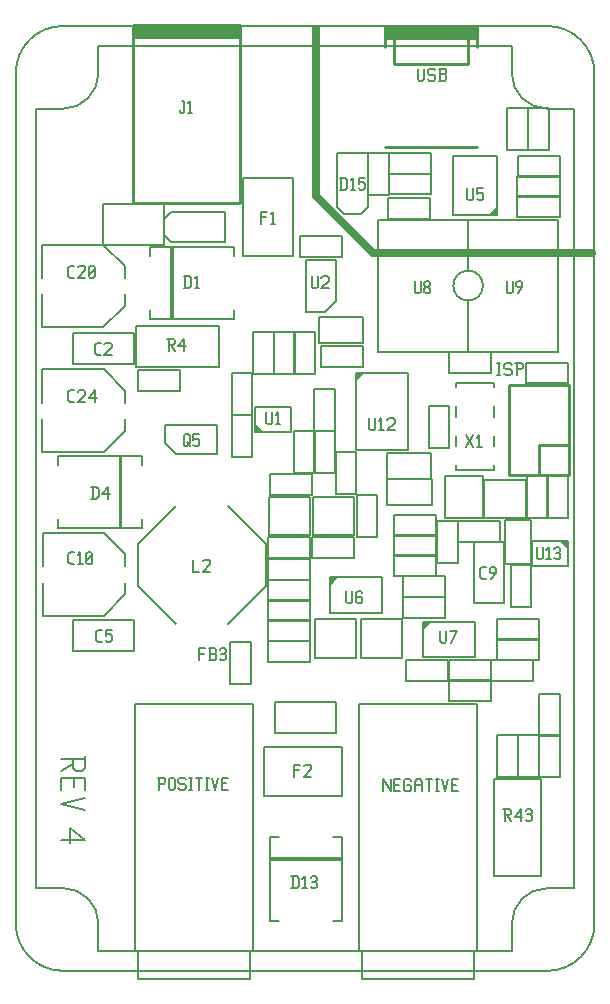
<source format=gto>
G04 start of page 9 for group -4079 idx -4079 *
G04 Title: (unknown), topsilk *
G04 Creator: pcb 20110918 *
G04 CreationDate: So 13 Jul 2014 20:19:28 GMT UTC *
G04 For: ffg *
G04 Format: Gerber/RS-274X *
G04 PCB-Dimensions: 196850 334646 *
G04 PCB-Coordinate-Origin: lower left *
%MOIN*%
%FSLAX25Y25*%
%LNTOPSILK*%
%ADD328C,0.0079*%
%ADD327C,0.0059*%
%ADD326C,0.0100*%
%ADD325C,0.0060*%
%ADD324C,0.0080*%
%ADD323C,0.0250*%
G54D323*X120338Y257902D02*X193173D01*
X101441Y276799D02*X120338Y257902D01*
X101441Y332508D02*Y276799D01*
G54D324*X24171Y90002D02*Y86002D01*
X23171Y85002D01*
X21171D02*X23171D01*
X20171Y86002D02*X21171Y85002D01*
X20171Y89002D02*Y86002D01*
X16171Y89002D02*X24171D01*
X20171Y87402D02*X16171Y85002D01*
X20571Y82602D02*Y79602D01*
X16171Y82602D02*Y78602D01*
Y82602D02*X24171D01*
Y78602D01*
Y76202D02*X16171Y74202D01*
X24171Y72202D01*
X19171Y66202D02*X24171Y62202D01*
X19171Y66202D02*Y61202D01*
X16171Y62202D02*X24171D01*
G54D325*X46120Y256876D02*Y259876D01*
X74120D01*
Y256876D01*
X46120Y238876D02*Y235876D01*
X74120D01*
Y238876D01*
X53070Y235876D02*Y259876D01*
X53570Y235876D02*Y259876D01*
X41407Y219732D02*Y233360D01*
X68815D01*
Y219732D01*
X41407D01*
X50481Y274190D02*Y260562D01*
X30159D02*X50481D01*
X30159Y274190D02*Y260562D01*
Y274190D02*X50481D01*
X50629Y269217D02*Y263705D01*
X52991Y261343D01*
X50629Y269217D02*X52991Y271579D01*
X71101D01*
Y261343D01*
X52991D02*X71101D01*
G54D326*X40434Y333598D02*X75868D01*
X40434Y332811D02*X75868D01*
X40434Y332023D02*X75868D01*
X40434Y331236D02*X75868D01*
X40434Y330448D02*X75868D01*
X40434Y329661D02*X75868D01*
X40434Y333598D02*Y274543D01*
X75868D01*
Y333598D02*Y274543D01*
G54D325*X37524Y240105D02*X30437Y233018D01*
X9964D02*X30437D01*
X9964Y244042D02*Y233018D01*
Y260578D02*Y249554D01*
Y260578D02*X30437D01*
X37524Y253491D01*
Y249554D01*
Y244042D02*Y240105D01*
X37604Y198460D02*X30517Y191373D01*
X10044D02*X30517D01*
X10044Y202397D02*Y191373D01*
Y218933D02*Y207909D01*
Y218933D02*X30517D01*
X37604Y211846D01*
Y207909D01*
Y202397D02*Y198460D01*
G54D327*X40691Y230999D02*Y220763D01*
X20219D02*X40691D01*
X20219Y230999D02*Y220763D01*
Y230999D02*X40691D01*
G54D325*X43330Y168996D02*Y165996D01*
X15330D02*X43330D01*
X15330Y168996D02*Y165996D01*
X43330Y189996D02*Y186996D01*
X15330Y189996D02*X43330D01*
X15330D02*Y186996D01*
X36380Y189996D02*Y165996D01*
X35880Y189996D02*Y165996D01*
X42009Y218738D02*Y211802D01*
Y218738D02*X56031D01*
Y211802D01*
X42009D02*X56031D01*
X54601Y190687D02*X51001Y194287D01*
Y200487D02*Y194287D01*
Y200487D02*X68401D01*
X54601Y190687D02*X68401D01*
Y200487D02*Y190687D01*
X73154Y203635D02*X80090D01*
X73154Y217657D02*Y203635D01*
Y217657D02*X80090D01*
Y203635D01*
X100572Y212448D02*X107508D01*
Y198426D01*
X100572D02*X107508D01*
X100572Y212448D02*Y198426D01*
X81103Y198155D02*X92913D01*
X81103Y206571D02*Y198155D01*
Y206571D02*X92913D01*
Y198155D01*
X81603D02*X81103Y198655D01*
X82203Y198155D02*X81103Y199255D01*
X82803Y198155D02*X81103Y199855D01*
X83403Y198155D02*X81103Y200455D01*
X80228Y231413D02*X87164D01*
Y217391D01*
X80228D02*X87164D01*
X80228Y231413D02*Y217391D01*
X87302D02*X94238D01*
X87302Y231413D02*Y217391D01*
Y231413D02*X94238D01*
Y217391D01*
X107853Y241610D02*X104253Y238010D01*
X98053D02*X104253D01*
X98053Y255410D02*Y238010D01*
X107853Y255410D02*Y241610D01*
X98053Y255410D02*X107853D01*
X93983Y231413D02*X100919D01*
Y217391D01*
X93983D02*X100919D01*
X93983Y231413D02*Y217391D01*
X117099Y236414D02*Y227752D01*
X102139D02*X117099D01*
X102139Y236414D02*Y227752D01*
Y236414D02*X117099D01*
X117022Y226733D02*Y219797D01*
X103000D02*X117022D01*
X103000Y226733D02*Y219797D01*
Y226733D02*X117022D01*
X151922Y224899D02*X181922D01*
Y268899D02*Y224899D01*
X151922Y268899D02*X181922D01*
X151922Y241899D02*Y224899D01*
Y268899D02*Y251899D01*
Y241899D02*G75*G03X151922Y251899I0J5000D01*G01*
X185413Y221253D02*Y214317D01*
X171391D02*X185413D01*
X171391Y221253D02*Y214317D01*
Y221253D02*X185413D01*
G54D326*X124275Y333492D02*X154983D01*
X124275Y332705D02*X154983D01*
X124275Y331918D02*X154983D01*
X124275Y331130D02*X154983D01*
X124275Y330343D02*X154983D01*
X124275Y329555D02*X154983D01*
X124275Y333492D02*Y326406D01*
X154983Y333492D02*Y326406D01*
X127424Y333492D02*Y320894D01*
X151834Y333492D02*Y320894D01*
X127424D02*X151834D01*
X124275Y292941D02*X154983D01*
G54D325*X161598Y290157D02*Y270473D01*
X147064D02*X161598D01*
X147064Y290157D02*Y270473D01*
Y290157D02*X161598D01*
Y271073D02*X160998Y270473D01*
X161598Y271673D02*X160398Y270473D01*
X161598Y272273D02*X159798Y270473D01*
X161598Y272873D02*X159198Y270473D01*
X159754Y224786D02*Y217850D01*
X145732D02*X159754D01*
X145732Y224786D02*Y217850D01*
Y224786D02*X159754D01*
G54D326*X185780Y213733D02*Y183733D01*
X165780Y213733D02*X185780D01*
X165780D02*Y183733D01*
X185780D01*
X175780Y193733D02*X185780D01*
X175780D02*Y183733D01*
G54D325*X114764Y217717D02*Y192126D01*
Y217717D02*X132087D01*
Y192126D01*
X114764D02*X132087D01*
X114764Y217126D02*X115354Y217717D01*
X114764Y216536D02*X115945Y217717D01*
X114764Y215945D02*X116535Y217717D01*
X114764Y215355D02*X117126Y217717D01*
G54D324*X1211Y317689D02*Y34225D01*
X16959Y333437D02*X178377D01*
X194125Y317689D02*Y34225D01*
X16959Y18477D02*X178377D01*
X7904Y305878D02*Y46036D01*
X28770Y326744D02*X166566D01*
X187432Y305878D02*Y46036D01*
X28770Y25170D02*X166566D01*
X28770Y34225D02*Y25170D01*
X7904Y46036D02*X16959D01*
X28770Y326744D02*Y317689D01*
X7904Y305878D02*X16959D01*
X166566Y326744D02*Y317689D01*
X178377Y305878D02*X187432D01*
X166566Y34225D02*Y25170D01*
X178377Y46036D02*X187432D01*
X1211Y34225D02*G75*G03X16959Y18477I15748J0D01*G01*
X28770Y34225D02*G75*G03X16959Y46036I-11811J0D01*G01*
X16959Y333437D02*G75*G03X1211Y317689I0J-15748D01*G01*
X16959Y305878D02*G75*G03X28770Y317689I0J11811D01*G01*
X194125Y317689D02*G75*G03X178377Y333437I-15748J0D01*G01*
X166566Y317689D02*G75*G03X178377Y305878I11811J0D01*G01*
Y18477D02*G75*G03X194125Y34225I0J15748D01*G01*
X178377Y46036D02*G75*G03X166566Y34225I0J-11811D01*G01*
G54D325*X175506Y128938D02*Y122002D01*
X161484D02*X175506D01*
X161484Y128938D02*Y122002D01*
Y128938D02*X175506D01*
X137008Y123032D02*Y134843D01*
X154331D01*
Y123032D01*
X137008D01*
Y134252D02*X137598Y134843D01*
X137008Y133662D02*X138189Y134843D01*
X137008Y133071D02*X138780Y134843D01*
X137008Y132481D02*X139370Y134843D01*
X166186Y153841D02*X173122D01*
Y139819D01*
X166186D02*X173122D01*
X166186Y153841D02*Y139819D01*
G54D327*X153847Y161437D02*X164083D01*
Y140965D01*
X153847D02*X164083D01*
X153847Y161437D02*Y140965D01*
G54D325*X106102Y137796D02*Y149607D01*
X123425D01*
Y137796D01*
X106102D01*
Y149016D02*X106693Y149607D01*
X106102Y148426D02*X107283Y149607D01*
X106102Y147835D02*X107874Y149607D01*
X106102Y147244D02*X108465Y149607D01*
X161484Y135619D02*Y128683D01*
Y135619D02*X175506D01*
Y128683D01*
X161484D02*X175506D01*
X130242Y150159D02*Y143223D01*
Y150159D02*X144264D01*
Y143223D01*
X130242D02*X144264D01*
Y143085D02*Y136149D01*
X130242D02*X144264D01*
X130242Y143085D02*Y136149D01*
Y143085D02*X144264D01*
X85423Y142103D02*Y135167D01*
Y142103D02*X99445D01*
Y135167D01*
X85423D02*X99445D01*
Y162932D02*Y155996D01*
X85423D02*X99445D01*
X85423Y162932D02*Y155996D01*
Y162932D02*X99445D01*
X114079D02*Y155996D01*
X100057D02*X114079D01*
X100057Y162932D02*Y155996D01*
Y162932D02*X114079D01*
X85423Y148784D02*Y141848D01*
Y148784D02*X99445D01*
Y141848D01*
X85423D02*X99445D01*
X100153Y163675D02*X114053D01*
Y176475D02*Y163675D01*
X100153Y176475D02*X114053D01*
X100153D02*Y163675D01*
X124867Y182508D02*Y173846D01*
Y182508D02*X139827D01*
Y173846D01*
X124867D02*X139827D01*
X100572Y198473D02*X107508D01*
Y184451D01*
X100572D02*X107508D01*
X100572Y198473D02*Y184451D01*
X107855Y191386D02*X114791D01*
Y177364D01*
X107855D02*X114791D01*
X107855Y191386D02*Y177364D01*
X139759Y191087D02*Y182425D01*
X124799D02*X139759D01*
X124799Y191087D02*Y182425D01*
Y191087D02*X139759D01*
X144290Y183469D02*Y169569D01*
X157090D01*
Y183469D01*
X144290D01*
X148111Y214523D02*X160709D01*
X148111D02*Y212948D01*
Y206649D02*Y203106D01*
Y196806D02*Y193263D01*
Y186964D02*Y185389D01*
X160709D01*
Y186964D02*Y185389D01*
Y196806D02*Y193263D01*
Y206649D02*Y203106D01*
Y214523D02*Y212948D01*
X138807Y192896D02*X145743D01*
X138807Y206918D02*Y192896D01*
Y206918D02*X145743D01*
Y192896D01*
X114812Y176993D02*X121748D01*
Y162971D01*
X114812D02*X121748D01*
X114812Y176993D02*Y162971D01*
X127289Y157037D02*Y150101D01*
Y157037D02*X141311D01*
Y150101D01*
X127289D02*X141311D01*
X100892Y135603D02*X114792D01*
X100892D02*Y122803D01*
X114792D01*
Y135603D02*Y122803D01*
X37711Y143960D02*X30624Y136873D01*
X10151D02*X30624D01*
X10151Y147897D02*Y136873D01*
Y164433D02*Y153409D01*
Y164433D02*X30624D01*
X37711Y157346D01*
Y153409D01*
Y147897D02*Y143960D01*
G54D327*X40674Y135271D02*Y125035D01*
X20202D02*X40674D01*
X20202Y135271D02*Y125035D01*
Y135271D02*X40674D01*
G54D325*X71971Y173512D02*X84570Y160914D01*
Y146740D01*
X71971Y134142D01*
X54649Y173512D02*X42050Y160914D01*
Y146740D01*
X54649Y134142D01*
X85423Y135422D02*Y128486D01*
Y135422D02*X99445D01*
Y128486D01*
X85423D02*X99445D01*
Y155858D02*Y148922D01*
X85423D02*X99445D01*
X85423Y155858D02*Y148922D01*
Y155858D02*X99445D01*
X72698Y127973D02*X79634D01*
Y113951D01*
X72698D02*X79634D01*
X72698Y127973D02*Y113951D01*
X86025Y184154D02*Y177218D01*
Y184154D02*X100047D01*
Y177218D01*
X86025D02*X100047D01*
X93983Y184379D02*X100919D01*
X93983Y198401D02*Y184379D01*
Y198401D02*X100919D01*
Y184379D01*
X73154Y203903D02*X80090D01*
Y189881D01*
X73154D02*X80090D01*
X73154Y203903D02*Y189881D01*
X85565Y176475D02*X99465D01*
X85565D02*Y163675D01*
X99465D01*
Y176475D02*Y163675D01*
X85423Y128348D02*Y121412D01*
Y128348D02*X99445D01*
Y121412D01*
X85423D02*X99445D01*
X77108Y282646D02*X93492D01*
Y256812D01*
X77108D02*X93492D01*
X77108Y282646D02*Y256812D01*
X109928Y263338D02*Y256402D01*
X95906D02*X109928D01*
X95906Y263338D02*Y256402D01*
Y263338D02*X109928D01*
X139536Y291094D02*Y284158D01*
X125514D02*X139536D01*
X125514Y291094D02*Y284158D01*
Y291094D02*X139536D01*
X118723Y291193D02*X125659D01*
Y277171D01*
X118723D02*X125659D01*
X118723Y291193D02*Y277171D01*
X110774Y270697D02*X116286D01*
X118648Y273059D01*
X110774Y270697D02*X108412Y273059D01*
Y291169D02*Y273059D01*
Y291169D02*X118648D01*
Y273059D01*
X139340Y275937D02*Y269001D01*
X125318D02*X139340D01*
X125318Y275937D02*Y269001D01*
Y275937D02*X139340D01*
X139536Y284204D02*Y277268D01*
X125514D02*X139536D01*
X125514Y284204D02*Y277268D01*
Y284204D02*X139536D01*
X168492Y283240D02*Y290176D01*
X182514D01*
Y283240D01*
X168492D01*
X168456Y276837D02*Y269901D01*
Y276837D02*X182478D01*
Y269901D01*
X168456D02*X182478D01*
X168457Y276397D02*Y283333D01*
X182479D01*
Y276397D01*
X168457D01*
X171988Y305956D02*X178924D01*
Y291934D01*
X171988D02*X178924D01*
X171988Y305956D02*Y291934D01*
X165099D02*X172035D01*
X165099Y305956D02*Y291934D01*
Y305956D02*X172035D01*
Y291934D01*
X122079Y268899D02*X152079D01*
X122079D02*Y224899D01*
X152079D01*
Y268899D02*Y251899D01*
Y241899D02*Y224899D01*
Y251899D02*G75*G03X152079Y241899I0J-5000D01*G01*
G54D328*X40824Y25239D02*X80194D01*
Y107523D02*Y25239D01*
X40824Y107523D02*X80194D01*
X40824D02*Y25239D01*
X41808D02*Y15791D01*
X79210D01*
Y25239D02*Y15791D01*
G54D325*X107030Y63026D02*X110030D01*
Y35026D01*
X107030D02*X110030D01*
X86030Y63026D02*X89030D01*
X86030D02*Y35026D01*
X89030D01*
X86030Y56076D02*X110030D01*
X86030Y55576D02*X110030D01*
X109860Y93158D02*Y76774D01*
X84026D02*X109860D01*
X84026Y93158D02*Y76774D01*
Y93158D02*X109860D01*
G54D328*X115494Y25239D02*X154864D01*
Y107523D02*Y25239D01*
X115494Y107523D02*X154864D01*
X115494D02*Y25239D01*
X116478D02*Y15791D01*
X153880D01*
Y25239D02*Y15791D01*
G54D325*X160731Y82388D02*X176329D01*
Y50256D01*
X160731D02*X176329D01*
X160731Y82388D02*Y50256D01*
X168653Y82985D02*X175589D01*
X168653Y97007D02*Y82985D01*
Y97007D02*X175589D01*
Y82985D01*
X161579D02*X168515D01*
X161579Y97007D02*Y82985D01*
Y97007D02*X168515D01*
Y82985D01*
X145553Y108443D02*Y115379D01*
X159575D01*
Y108443D01*
X145553D01*
G54D327*X87583Y97899D02*Y108135D01*
X108055D01*
Y97899D01*
X87583D01*
G54D325*X173465Y161884D02*X185275D01*
Y153468D01*
X173465D02*X185275D01*
X173465Y161884D02*Y153468D01*
X184775Y161884D02*X185275Y161384D01*
X184175Y161884D02*X185275Y160784D01*
X183575Y161884D02*X185275Y160184D01*
X182975Y161884D02*X185275Y159584D01*
X164253Y168917D02*X172915D01*
Y153957D01*
X164253D02*X172915D01*
X164253Y168917D02*Y153957D01*
X175727Y110854D02*X182663D01*
Y96832D01*
X175727D02*X182663D01*
X175727Y110854D02*Y96832D01*
Y97007D02*X182663D01*
Y82985D01*
X175727D02*X182663D01*
X175727Y97007D02*Y82985D01*
X173537Y122060D02*Y115124D01*
X159515D02*X173537D01*
X159515Y122060D02*Y115124D01*
Y122060D02*X173537D01*
X159575D02*Y115124D01*
X145553D02*X159575D01*
X145553Y122060D02*Y115124D01*
Y122060D02*X159575D01*
X116219Y135603D02*X130119D01*
X116219D02*Y122803D01*
X130119D01*
Y135603D02*Y122803D01*
X145427Y122060D02*Y115124D01*
X131405D02*X145427D01*
X131405Y122060D02*Y115124D01*
Y122060D02*X145427D01*
X141311Y170399D02*Y163463D01*
X127289D02*X141311D01*
X127289Y170399D02*Y163463D01*
Y170399D02*X141311D01*
X127289Y163718D02*Y156782D01*
Y163718D02*X141311D01*
Y156782D01*
X127289D02*X141311D01*
X141536Y168533D02*X148472D01*
Y154511D01*
X141536D02*X148472D01*
X141536Y168533D02*Y154511D01*
X162533Y168434D02*Y161498D01*
X148511D02*X162533D01*
X148511Y168434D02*Y161498D01*
Y168434D02*X162533D01*
X178288Y183515D02*X185224D01*
Y169493D01*
X178288D02*X185224D01*
X178288Y183515D02*Y169493D01*
X171595Y183515D02*X178531D01*
Y169493D01*
X171595D02*X178531D01*
X171595Y183515D02*Y169493D01*
X157363Y169387D02*X171263D01*
Y182187D02*Y169387D01*
X157363Y182187D02*X171263D01*
X157363D02*Y169387D01*
G54D327*X51637Y229179D02*X53637D01*
X54137Y228679D01*
Y227679D01*
X53637Y227179D02*X54137Y227679D01*
X52137Y227179D02*X53637D01*
X52137Y229179D02*Y225179D01*
X52937Y227179D02*X54137Y225179D01*
X55337Y226679D02*X57337Y229179D01*
X55337Y226679D02*X57837D01*
X57337Y229179D02*Y225179D01*
X56531Y308417D02*X57331D01*
Y304917D01*
X56831Y304417D02*X57331Y304917D01*
X56331Y304417D02*X56831D01*
X55831Y304917D02*X56331Y304417D01*
X55831Y305417D02*Y304917D01*
X58531Y307617D02*X59331Y308417D01*
Y304417D01*
X58531D02*X60031D01*
X19448Y208067D02*X20748D01*
X18748Y208767D02*X19448Y208067D01*
X18748Y211367D02*Y208767D01*
Y211367D02*X19448Y212067D01*
X20748D01*
X21948Y211567D02*X22448Y212067D01*
X23948D01*
X24448Y211567D01*
Y210567D01*
X21948Y208067D02*X24448Y210567D01*
X21948Y208067D02*X24448D01*
X25648Y209567D02*X27648Y212067D01*
X25648Y209567D02*X28148D01*
X27648Y212067D02*Y208067D01*
X19308Y249474D02*X20608D01*
X18608Y250174D02*X19308Y249474D01*
X18608Y252774D02*Y250174D01*
Y252774D02*X19308Y253474D01*
X20608D01*
X21808Y252974D02*X22308Y253474D01*
X23808D01*
X24308Y252974D01*
Y251974D01*
X21808Y249474D02*X24308Y251974D01*
X21808Y249474D02*X24308D01*
X25508Y249974D02*X26008Y249474D01*
X25508Y252974D02*Y249974D01*
Y252974D02*X26008Y253474D01*
X27008D01*
X27508Y252974D01*
Y249974D01*
X27008Y249474D02*X27508Y249974D01*
X26008Y249474D02*X27008D01*
X25508Y250474D02*X27508Y252474D01*
X28239Y223792D02*X29539D01*
X27539Y224492D02*X28239Y223792D01*
X27539Y227092D02*Y224492D01*
Y227092D02*X28239Y227792D01*
X29539D01*
X30739Y227292D02*X31239Y227792D01*
X32739D01*
X33239Y227292D01*
Y226292D01*
X30739Y223792D02*X33239Y226292D01*
X30739Y223792D02*X33239D01*
X57680Y250126D02*Y246126D01*
X58980Y250126D02*X59680Y249426D01*
Y246826D01*
X58980Y246126D02*X59680Y246826D01*
X57180Y246126D02*X58980D01*
X57180Y250126D02*X58980D01*
X60880Y249326D02*X61680Y250126D01*
Y246126D01*
X60880D02*X62380D01*
X82977Y271476D02*Y267476D01*
Y271476D02*X84977D01*
X82977Y269676D02*X84477D01*
X86177Y270676D02*X86977Y271476D01*
Y267476D01*
X86177D02*X87677D01*
X99809Y250033D02*Y246533D01*
X100309Y246033D01*
X101309D01*
X101809Y246533D01*
Y250033D02*Y246533D01*
X103009Y249533D02*X103509Y250033D01*
X105009D01*
X105509Y249533D01*
Y248533D01*
X103009Y246033D02*X105509Y248533D01*
X103009Y246033D02*X105509D01*
X109672Y282862D02*Y278862D01*
X110972Y282862D02*X111672Y282162D01*
Y279562D01*
X110972Y278862D02*X111672Y279562D01*
X109172Y278862D02*X110972D01*
X109172Y282862D02*X110972D01*
X112872Y282062D02*X113672Y282862D01*
Y278862D01*
X112872D02*X114372D01*
X115572Y282862D02*X117572D01*
X115572D02*Y280862D01*
X116072Y281362D01*
X117072D01*
X117572Y280862D01*
Y279362D01*
X117072Y278862D02*X117572Y279362D01*
X116072Y278862D02*X117072D01*
X115572Y279362D02*X116072Y278862D01*
X134175Y248349D02*Y244849D01*
X134675Y244349D01*
X135675D01*
X136175Y244849D01*
Y248349D02*Y244849D01*
X137375D02*X137875Y244349D01*
X137375Y245649D02*Y244849D01*
Y245649D02*X138075Y246349D01*
X138675D01*
X139375Y245649D01*
Y244849D01*
X138875Y244349D02*X139375Y244849D01*
X137875Y244349D02*X138875D01*
X137375Y247049D02*X138075Y246349D01*
X137375Y247849D02*Y247049D01*
Y247849D02*X137875Y248349D01*
X138875D01*
X139375Y247849D01*
Y247049D01*
X138675Y246349D02*X139375Y247049D01*
X119111Y202638D02*Y199138D01*
X119611Y198638D01*
X120611D01*
X121111Y199138D01*
Y202638D02*Y199138D01*
X122311Y201838D02*X123111Y202638D01*
Y198638D01*
X122311D02*X123811D01*
X125011Y202138D02*X125511Y202638D01*
X127011D01*
X127511Y202138D01*
Y201138D01*
X125011Y198638D02*X127511Y201138D01*
X125011Y198638D02*X127511D01*
X135298Y319107D02*Y315607D01*
X135798Y315107D01*
X136798D01*
X137298Y315607D01*
Y319107D02*Y315607D01*
X140498Y319107D02*X140998Y318607D01*
X138998Y319107D02*X140498D01*
X138498Y318607D02*X138998Y319107D01*
X138498Y318607D02*Y317607D01*
X138998Y317107D01*
X140498D01*
X140998Y316607D01*
Y315607D01*
X140498Y315107D02*X140998Y315607D01*
X138998Y315107D02*X140498D01*
X138498Y315607D02*X138998Y315107D01*
X142198D02*X144198D01*
X144698Y315607D01*
Y316807D02*Y315607D01*
X144198Y317307D02*X144698Y316807D01*
X142698Y317307D02*X144198D01*
X142698Y319107D02*Y315107D01*
X142198Y319107D02*X144198D01*
X144698Y318607D01*
Y317807D01*
X144198Y317307D02*X144698Y317807D01*
X151788Y279409D02*Y275909D01*
X152288Y275409D01*
X153288D01*
X153788Y275909D01*
Y279409D02*Y275909D01*
X154988Y279409D02*X156988D01*
X154988D02*Y277409D01*
X155488Y277909D01*
X156488D01*
X156988Y277409D01*
Y275909D01*
X156488Y275409D02*X156988Y275909D01*
X155488Y275409D02*X156488D01*
X154988Y275909D02*X155488Y275409D01*
X164901Y248323D02*Y244823D01*
X165401Y244323D01*
X166401D01*
X166901Y244823D01*
Y248323D02*Y244823D01*
X168601Y244323D02*X170101Y246323D01*
Y247823D02*Y246323D01*
X169601Y248323D02*X170101Y247823D01*
X168601Y248323D02*X169601D01*
X168101Y247823D02*X168601Y248323D01*
X168101Y247823D02*Y246823D01*
X168601Y246323D01*
X170101D01*
X161798Y221089D02*X162798D01*
X162298D02*Y217089D01*
X161798D02*X162798D01*
X165998Y221089D02*X166498Y220589D01*
X164498Y221089D02*X165998D01*
X163998Y220589D02*X164498Y221089D01*
X163998Y220589D02*Y219589D01*
X164498Y219089D01*
X165998D01*
X166498Y218589D01*
Y217589D01*
X165998Y217089D02*X166498Y217589D01*
X164498Y217089D02*X165998D01*
X163998Y217589D02*X164498Y217089D01*
X168198Y221089D02*Y217089D01*
X167698Y221089D02*X169698D01*
X170198Y220589D01*
Y219589D01*
X169698Y219089D02*X170198Y219589D01*
X168198Y219089D02*X169698D01*
X57157Y196905D02*Y193905D01*
Y196905D02*X57657Y197405D01*
X58657D01*
X59157Y196905D01*
Y194405D01*
X58157Y193405D02*X59157Y194405D01*
X57657Y193405D02*X58157D01*
X57157Y193905D02*X57657Y193405D01*
X58157Y194905D02*X59157Y193405D01*
X60357Y197405D02*X62357D01*
X60357D02*Y195405D01*
X60857Y195905D01*
X61857D01*
X62357Y195405D01*
Y193905D01*
X61857Y193405D02*X62357Y193905D01*
X60857Y193405D02*X61857D01*
X60357Y193905D02*X60857Y193405D01*
X84676Y204612D02*Y201112D01*
X85176Y200612D01*
X86176D01*
X86676Y201112D01*
Y204612D02*Y201112D01*
X87876Y203812D02*X88676Y204612D01*
Y200612D01*
X87876D02*X89376D01*
X151271Y192978D02*X153771Y196978D01*
X151271D02*X153771Y192978D01*
X154971Y196178D02*X155771Y196978D01*
Y192978D01*
X154971D02*X156471D01*
X123689Y82282D02*Y78282D01*
Y82282D02*X126189Y78282D01*
Y82282D02*Y78282D01*
X127389Y80482D02*X128889D01*
X127389Y78282D02*X129389D01*
X127389Y82282D02*Y78282D01*
Y82282D02*X129389D01*
X132589D02*X133089Y81782D01*
X131089Y82282D02*X132589D01*
X130589Y81782D02*X131089Y82282D01*
X130589Y81782D02*Y78782D01*
X131089Y78282D01*
X132589D01*
X133089Y78782D01*
Y79782D02*Y78782D01*
X132589Y80282D02*X133089Y79782D01*
X131589Y80282D02*X132589D01*
X134289Y81282D02*Y78282D01*
Y81282D02*X134989Y82282D01*
X136089D01*
X136789Y81282D01*
Y78282D01*
X134289Y80282D02*X136789D01*
X137989Y82282D02*X139989D01*
X138989D02*Y78282D01*
X141189Y82282D02*X142189D01*
X141689D02*Y78282D01*
X141189D02*X142189D01*
X143389Y82282D02*X144389Y78282D01*
X145389Y82282D01*
X146589Y80482D02*X148089D01*
X146589Y78282D02*X148589D01*
X146589Y82282D02*Y78282D01*
Y82282D02*X148589D01*
X48973Y82888D02*Y78888D01*
X48473Y82888D02*X50473D01*
X50973Y82388D01*
Y81388D01*
X50473Y80888D02*X50973Y81388D01*
X48973Y80888D02*X50473D01*
X52173Y82388D02*Y79388D01*
Y82388D02*X52673Y82888D01*
X53673D01*
X54173Y82388D01*
Y79388D01*
X53673Y78888D02*X54173Y79388D01*
X52673Y78888D02*X53673D01*
X52173Y79388D02*X52673Y78888D01*
X57373Y82888D02*X57873Y82388D01*
X55873Y82888D02*X57373D01*
X55373Y82388D02*X55873Y82888D01*
X55373Y82388D02*Y81388D01*
X55873Y80888D01*
X57373D01*
X57873Y80388D01*
Y79388D01*
X57373Y78888D02*X57873Y79388D01*
X55873Y78888D02*X57373D01*
X55373Y79388D02*X55873Y78888D01*
X59073Y82888D02*X60073D01*
X59573D02*Y78888D01*
X59073D02*X60073D01*
X61273Y82888D02*X63273D01*
X62273D02*Y78888D01*
X64473Y82888D02*X65473D01*
X64973D02*Y78888D01*
X64473D02*X65473D01*
X66673Y82888D02*X67673Y78888D01*
X68673Y82888D01*
X69873Y81088D02*X71373D01*
X69873Y78888D02*X71873D01*
X69873Y82888D02*Y78888D01*
Y82888D02*X71873D01*
X93580Y49936D02*Y45936D01*
X94880Y49936D02*X95580Y49236D01*
Y46636D01*
X94880Y45936D02*X95580Y46636D01*
X93080Y45936D02*X94880D01*
X93080Y49936D02*X94880D01*
X96780Y49136D02*X97580Y49936D01*
Y45936D01*
X96780D02*X98280D01*
X99480Y49436D02*X99980Y49936D01*
X100980D01*
X101480Y49436D01*
X100980Y45936D02*X101480Y46436D01*
X99980Y45936D02*X100980D01*
X99480Y46436D02*X99980Y45936D01*
Y48136D02*X100980D01*
X101480Y49436D02*Y48636D01*
Y47636D02*Y46436D01*
Y47636D02*X100980Y48136D01*
X101480Y48636D02*X100980Y48136D01*
X163784Y72396D02*X165784D01*
X166284Y71896D01*
Y70896D01*
X165784Y70396D02*X166284Y70896D01*
X164284Y70396D02*X165784D01*
X164284Y72396D02*Y68396D01*
X165084Y70396D02*X166284Y68396D01*
X167484Y69896D02*X169484Y72396D01*
X167484Y69896D02*X169984D01*
X169484Y72396D02*Y68396D01*
X171184Y71896D02*X171684Y72396D01*
X172684D01*
X173184Y71896D01*
X172684Y68396D02*X173184Y68896D01*
X171684Y68396D02*X172684D01*
X171184Y68896D02*X171684Y68396D01*
Y70596D02*X172684D01*
X173184Y71896D02*Y71096D01*
Y70096D02*Y68896D01*
Y70096D02*X172684Y70596D01*
X173184Y71096D02*X172684Y70596D01*
X26830Y179916D02*Y175916D01*
X28130Y179916D02*X28830Y179216D01*
Y176616D01*
X28130Y175916D02*X28830Y176616D01*
X26330Y175916D02*X28130D01*
X26330Y179916D02*X28130D01*
X30030Y177416D02*X32030Y179916D01*
X30030Y177416D02*X32530D01*
X32030Y179916D02*Y175916D01*
X19477Y153975D02*X20777D01*
X18777Y154675D02*X19477Y153975D01*
X18777Y157275D02*Y154675D01*
Y157275D02*X19477Y157975D01*
X20777D01*
X21977Y157175D02*X22777Y157975D01*
Y153975D01*
X21977D02*X23477D01*
X24677Y154475D02*X25177Y153975D01*
X24677Y157475D02*Y154475D01*
Y157475D02*X25177Y157975D01*
X26177D01*
X26677Y157475D01*
Y154475D01*
X26177Y153975D02*X26677Y154475D01*
X25177Y153975D02*X26177D01*
X24677Y154975D02*X26677Y156975D01*
X28650Y128219D02*X29950D01*
X27950Y128919D02*X28650Y128219D01*
X27950Y131519D02*Y128919D01*
Y131519D02*X28650Y132219D01*
X29950D01*
X31150D02*X33150D01*
X31150D02*Y130219D01*
X31650Y130719D01*
X32650D01*
X33150Y130219D01*
Y128719D01*
X32650Y128219D02*X33150Y128719D01*
X31650Y128219D02*X32650D01*
X31150Y128719D02*X31650Y128219D01*
X94057Y87166D02*Y83166D01*
Y87166D02*X96057D01*
X94057Y85366D02*X95557D01*
X97257Y86666D02*X97757Y87166D01*
X99257D01*
X99757Y86666D01*
Y85666D01*
X97257Y83166D02*X99757Y85666D01*
X97257Y83166D02*X99757D01*
X156751Y149030D02*X158051D01*
X156051Y149730D02*X156751Y149030D01*
X156051Y152330D02*Y149730D01*
Y152330D02*X156751Y153030D01*
X158051D01*
X159751Y149030D02*X161251Y151030D01*
Y152530D02*Y151030D01*
X160751Y153030D02*X161251Y152530D01*
X159751Y153030D02*X160751D01*
X159251Y152530D02*X159751Y153030D01*
X159251Y152530D02*Y151530D01*
X159751Y151030D01*
X161251D01*
X142733Y131771D02*Y128271D01*
X143233Y127771D01*
X144233D01*
X144733Y128271D01*
Y131771D02*Y128271D01*
X146433Y127771D02*X148433Y131771D01*
X145933D02*X148433D01*
X111434Y144960D02*Y141460D01*
X111934Y140960D01*
X112934D01*
X113434Y141460D01*
Y144960D02*Y141460D01*
X116134Y144960D02*X116634Y144460D01*
X115134Y144960D02*X116134D01*
X114634Y144460D02*X115134Y144960D01*
X114634Y144460D02*Y141460D01*
X115134Y140960D01*
X116134Y143160D02*X116634Y142660D01*
X114634Y143160D02*X116134D01*
X115134Y140960D02*X116134D01*
X116634Y141460D01*
Y142660D02*Y141460D01*
X174882Y159671D02*Y156171D01*
X175382Y155671D01*
X176382D01*
X176882Y156171D01*
Y159671D02*Y156171D01*
X178082Y158871D02*X178882Y159671D01*
Y155671D01*
X178082D02*X179582D01*
X180782Y159171D02*X181282Y159671D01*
X182282D01*
X182782Y159171D01*
X182282Y155671D02*X182782Y156171D01*
X181282Y155671D02*X182282D01*
X180782Y156171D02*X181282Y155671D01*
Y157871D02*X182282D01*
X182782Y159171D02*Y158371D01*
Y157371D02*Y156171D01*
Y157371D02*X182282Y157871D01*
X182782Y158371D02*X182282Y157871D01*
X60267Y155492D02*Y151492D01*
X62267D01*
X63467Y154992D02*X63967Y155492D01*
X65467D01*
X65967Y154992D01*
Y153992D01*
X63467Y151492D02*X65967Y153992D01*
X63467Y151492D02*X65967D01*
X62363Y125969D02*Y121969D01*
Y125969D02*X64363D01*
X62363Y124169D02*X63863D01*
X65563Y121969D02*X67563D01*
X68063Y122469D01*
Y123669D02*Y122469D01*
X67563Y124169D02*X68063Y123669D01*
X66063Y124169D02*X67563D01*
X66063Y125969D02*Y121969D01*
X65563Y125969D02*X67563D01*
X68063Y125469D01*
Y124669D01*
X67563Y124169D02*X68063Y124669D01*
X69263Y125469D02*X69763Y125969D01*
X70763D01*
X71263Y125469D01*
X70763Y121969D02*X71263Y122469D01*
X69763Y121969D02*X70763D01*
X69263Y122469D02*X69763Y121969D01*
Y124169D02*X70763D01*
X71263Y125469D02*Y124669D01*
Y123669D02*Y122469D01*
Y123669D02*X70763Y124169D01*
X71263Y124669D02*X70763Y124169D01*
M02*

</source>
